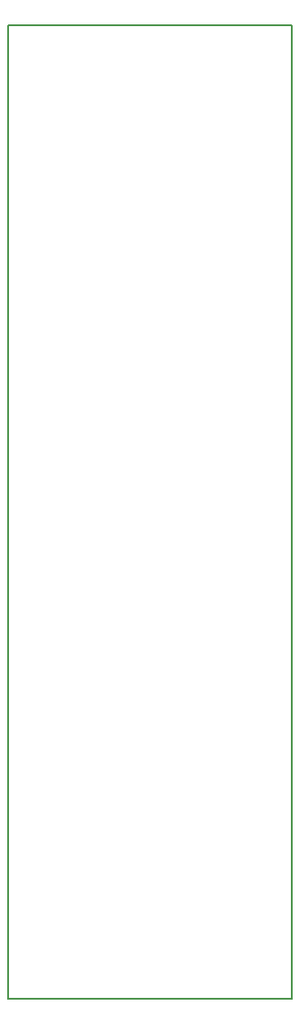
<source format=gbr>
G04 #@! TF.FileFunction,Profile,NP*
%FSLAX46Y46*%
G04 Gerber Fmt 4.6, Leading zero omitted, Abs format (unit mm)*
G04 Created by KiCad (PCBNEW 4.0.2+dfsg1-2~bpo8+1-stable) date Mon 04 Sep 2017 01:59:48 PM EEST*
%MOMM*%
G01*
G04 APERTURE LIST*
%ADD10C,0.050000*%
%ADD11C,0.150000*%
G04 APERTURE END LIST*
D10*
D11*
X149860000Y-140970000D02*
X149860000Y-49530000D01*
X123190000Y-140970000D02*
X149860000Y-140970000D01*
X123190000Y-49530000D02*
X123190000Y-140970000D01*
X149860000Y-49530000D02*
X123190000Y-49530000D01*
M02*

</source>
